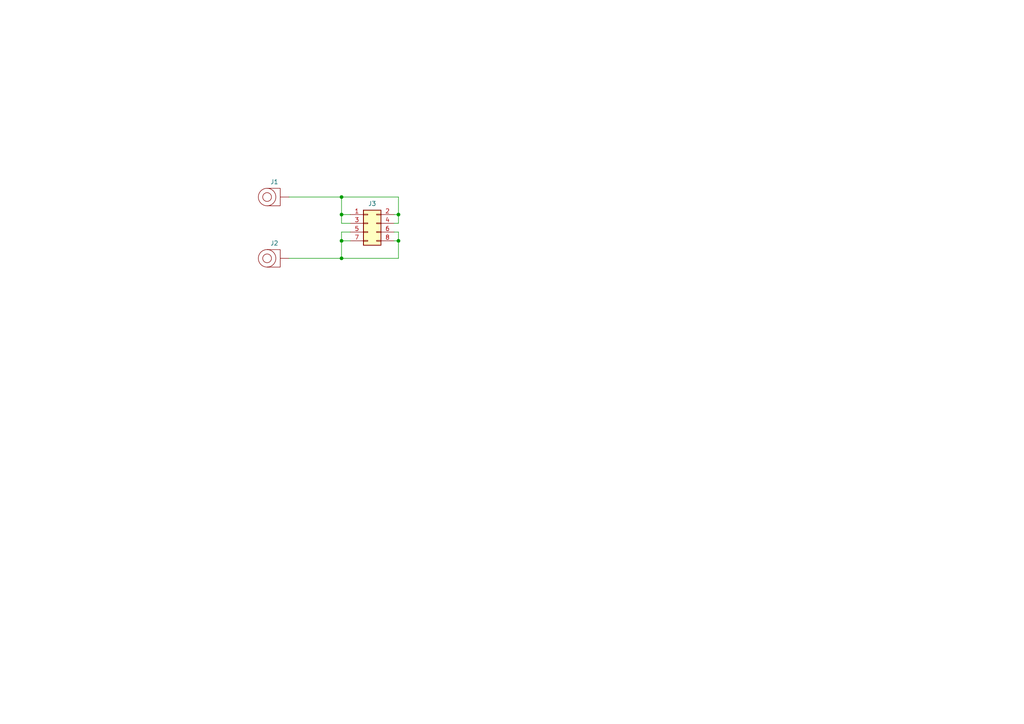
<source format=kicad_sch>
(kicad_sch (version 20211123) (generator eeschema)
  (paper "A4")
  (title_block (rev "v01") (comment 2 "creativecommons.org/licenses/by/4.0/") (comment 3 "License: CC BY 4.0") (comment 4 "Author: Guy John"))
  (lib_symbols
    (symbol "BananaJacks:Banana Socket PCBMount" (pin_numbers hide) (pin_names (offset 1.016) hide)
      (property "Reference" "J" (at 0 3.81 0))
      (symbol "Banana Socket PCBMount_0_1"
        (polyline (pts (xy 0 2.54) (xy 3.81 2.54) (xy 3.81 -2.54) (xy 0 -2.54)))
        (circle (center 0 0) (radius 1.27))
        (circle (center 0 0) (radius 2.54))
      )
      (symbol "Banana Socket PCBMount_1_1"
        (pin bidirectional line (at 6.35 0 180) (length 2.54) (name "~") (number "1"))
      )
    )
    (symbol "Connector_Generic:Conn_02x04_Odd_Even" (pin_names (offset 1.016) hide)
      (property "Reference" "J" (at 1.27 5.08 0))
      (property "Value" "Conn_02x04_Odd_Even" (at 1.27 -7.62 0))
      (symbol "Conn_02x04_Odd_Even_1_1"
        (rectangle (start -1.27 -4.953) (end 0 -5.207) (stroke (width 0.1524)))
        (rectangle (start -1.27 -2.413) (end 0 -2.667) (stroke (width 0.1524)))
        (rectangle (start -1.27 0.127) (end 0 -0.127) (stroke (width 0.1524)))
        (rectangle (start -1.27 2.667) (end 0 2.413) (stroke (width 0.1524)))
        (rectangle (start -1.27 3.81) (end 3.81 -6.35) (stroke (width 0.254)) (fill (type background)))
        (rectangle (start 3.81 -4.953) (end 2.54 -5.207) (stroke (width 0.1524)))
        (rectangle (start 3.81 -2.413) (end 2.54 -2.667) (stroke (width 0.1524)))
        (rectangle (start 3.81 0.127) (end 2.54 -0.127) (stroke (width 0.1524)))
        (rectangle (start 3.81 2.667) (end 2.54 2.413) (stroke (width 0.1524)))
        (pin passive line (at -5.08 2.54 0) (length 3.81) (name "Pin_1") (number "1"))
        (pin passive line (at 7.62 2.54 180) (length 3.81) (name "Pin_2") (number "2"))
        (pin passive line (at -5.08 0 0) (length 3.81) (name "Pin_3") (number "3"))
        (pin passive line (at 7.62 0 180) (length 3.81) (name "Pin_4") (number "4"))
        (pin passive line (at -5.08 -2.54 0) (length 3.81) (name "Pin_5") (number "5"))
        (pin passive line (at 7.62 -2.54 180) (length 3.81) (name "Pin_6") (number "6"))
        (pin passive line (at -5.08 -5.08 0) (length 3.81) (name "Pin_7") (number "7"))
        (pin passive line (at 7.62 -5.08 180) (length 3.81) (name "Pin_8") (number "8"))
      )
    )
  )
  (junction (at 99.06 57.15))
  (junction (at 99.06 74.93))
  (junction (at 99.06 69.85))
  (junction (at 99.06 62.23))
  (junction (at 115.57 69.85))
  (junction (at 115.57 62.23))
  (wire (pts (xy 99.06 69.85) (xy 99.06 67.31)))
  (wire (pts (xy 99.06 57.15) (xy 99.06 62.23)))
  (wire (pts (xy 99.06 74.93) (xy 115.57 74.93)))
  (wire (pts (xy 83.82 57.15) (xy 99.06 57.15)))
  (wire (pts (xy 115.57 57.15) (xy 115.57 62.23)))
  (wire (pts (xy 99.06 64.77) (xy 101.6 64.77)))
  (wire (pts (xy 115.57 69.85) (xy 115.57 67.31)))
  (wire (pts (xy 101.6 69.85) (xy 99.06 69.85)))
  (wire (pts (xy 101.6 62.23) (xy 99.06 62.23)))
  (wire (pts (xy 99.06 69.85) (xy 99.06 74.93)))
  (wire (pts (xy 83.82 74.93) (xy 99.06 74.93)))
  (wire (pts (xy 115.57 62.23) (xy 115.57 64.77)))
  (wire (pts (xy 115.57 69.85) (xy 115.57 74.93)))
  (wire (pts (xy 115.57 64.77) (xy 114.3 64.77)))
  (wire (pts (xy 99.06 57.15) (xy 115.57 57.15)))
  (wire (pts (xy 114.3 62.23) (xy 115.57 62.23)))
  (wire (pts (xy 99.06 62.23) (xy 99.06 64.77)))
  (wire (pts (xy 114.3 69.85) (xy 115.57 69.85)))
  (wire (pts (xy 115.57 67.31) (xy 114.3 67.31)))
  (wire (pts (xy 99.06 67.31) (xy 101.6 67.31)))
  (symbol (lib_id "BananaJacks:Banana Socket PCBMount") (at 77.47 57.15 0) (unit 1)
    (property "Reference" "J1" (at 79.5782 52.7558 0))
    (property "Value" "BananaJack_PCBMount" (effects hide))
    (property "Footprint" "rumblesan-standard-parts:Deltron_571_PCB_BananaJack" (effects hide))
    (property "Name" "asdf" (effects hide))
  )
  (symbol (lib_id "BananaJacks:Banana Socket PCBMount") (at 77.47 74.93 0) (unit 1)
    (property "Reference" "J2" (at 79.5782 70.5358 0))
    (property "Value" "BananaJack_PCBMount" (effects hide))
    (property "Footprint" "rumblesan-standard-parts:Deltron_571_PCB_BananaJack" (effects hide))
    (property "Name" "asdf" (effects hide))
  )
  (symbol (lib_id "Connector_Generic:Conn_02x04_Odd_Even") (at 106.68 64.77 0) (unit 1)
    (property "Reference" "J3" (at 107.95 59.055 0))
    (property "Value" "Conn_02x04_Odd_Even" (effects hide))
    (property "Footprint" "Connector_PinHeader_2.54mm:PinHeader_2x04_P2.54mm_Vertical" (effects hide))
  )
)
</source>
